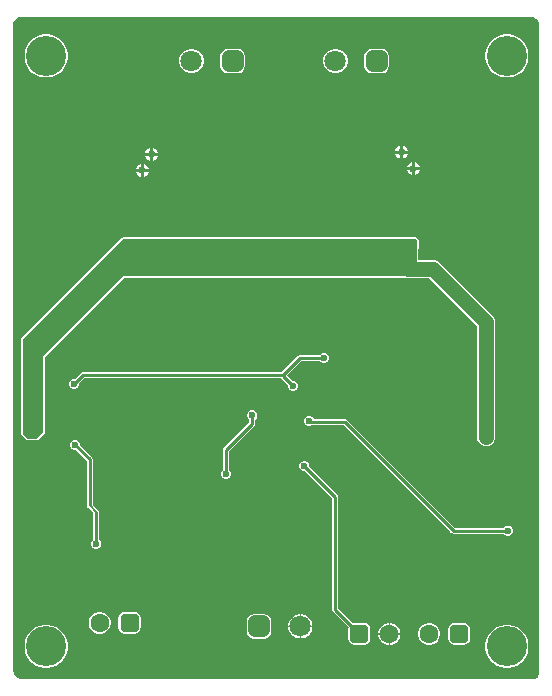
<source format=gbl>
G04*
G04 #@! TF.GenerationSoftware,Altium Limited,Altium Designer,23.10.1 (27)*
G04*
G04 Layer_Physical_Order=2*
G04 Layer_Color=16711680*
%FSLAX25Y25*%
%MOIN*%
G70*
G04*
G04 #@! TF.SameCoordinates,BE9A1C7D-6EBF-47CB-866B-E429BD166B13*
G04*
G04*
G04 #@! TF.FilePolarity,Positive*
G04*
G01*
G75*
%ADD44C,0.01000*%
%ADD46C,0.00700*%
G04:AMPARAMS|DCode=48|XSize=62.99mil|YSize=62.99mil|CornerRadius=15.75mil|HoleSize=0mil|Usage=FLASHONLY|Rotation=180.000|XOffset=0mil|YOffset=0mil|HoleType=Round|Shape=RoundedRectangle|*
%AMROUNDEDRECTD48*
21,1,0.06299,0.03150,0,0,180.0*
21,1,0.03150,0.06299,0,0,180.0*
1,1,0.03150,-0.01575,0.01575*
1,1,0.03150,0.01575,0.01575*
1,1,0.03150,0.01575,-0.01575*
1,1,0.03150,-0.01575,-0.01575*
%
%ADD48ROUNDEDRECTD48*%
%ADD49C,0.06299*%
G04:AMPARAMS|DCode=50|XSize=70.87mil|YSize=70.87mil|CornerRadius=17.72mil|HoleSize=0mil|Usage=FLASHONLY|Rotation=0.000|XOffset=0mil|YOffset=0mil|HoleType=Round|Shape=RoundedRectangle|*
%AMROUNDEDRECTD50*
21,1,0.07087,0.03543,0,0,0.0*
21,1,0.03543,0.07087,0,0,0.0*
1,1,0.03543,0.01772,-0.01772*
1,1,0.03543,-0.01772,-0.01772*
1,1,0.03543,-0.01772,0.01772*
1,1,0.03543,0.01772,0.01772*
%
%ADD50ROUNDEDRECTD50*%
%ADD51C,0.07087*%
%ADD52C,0.13386*%
%ADD53C,0.02400*%
%ADD54C,0.02500*%
%ADD55C,0.02362*%
%ADD56C,0.02402*%
%ADD57C,0.05000*%
G36*
X173766Y221697D02*
X174287Y221594D01*
X174778Y221390D01*
X175219Y221095D01*
X175595Y220719D01*
X175890Y220278D01*
X176094Y219787D01*
X176197Y219266D01*
X176197Y219000D01*
X176197Y219000D01*
X176197Y219000D01*
X176197Y3400D01*
X176197Y3144D01*
X176097Y2642D01*
X175902Y2170D01*
X175617Y1744D01*
X175256Y1383D01*
X174830Y1098D01*
X174357Y903D01*
X173856Y803D01*
X173600Y803D01*
X4100D01*
X3775Y803D01*
X3138Y929D01*
X2538Y1178D01*
X1998Y1539D01*
X1539Y1998D01*
X1178Y2538D01*
X929Y3138D01*
X803Y3775D01*
X803Y4100D01*
Y219000D01*
X803Y219266D01*
X906Y219787D01*
X1110Y220278D01*
X1405Y220719D01*
X1781Y221095D01*
X2222Y221390D01*
X2713Y221594D01*
X3234Y221697D01*
X3500Y221697D01*
X173500Y221697D01*
X173766Y221697D01*
D02*
G37*
%LPC*%
G36*
X108753Y211043D02*
X107688D01*
X106660Y210768D01*
X105738Y210235D01*
X104985Y209483D01*
X104453Y208561D01*
X104177Y207532D01*
Y206468D01*
X104453Y205439D01*
X104985Y204517D01*
X105738Y203765D01*
X106660Y203232D01*
X107688Y202957D01*
X108753D01*
X109781Y203232D01*
X110703Y203765D01*
X111456Y204517D01*
X111988Y205439D01*
X112264Y206468D01*
Y207532D01*
X111988Y208561D01*
X111456Y209483D01*
X110703Y210235D01*
X109781Y210768D01*
X108753Y211043D01*
D02*
G37*
G36*
X60753D02*
X59688D01*
X58660Y210768D01*
X57738Y210235D01*
X56985Y209483D01*
X56453Y208561D01*
X56177Y207532D01*
Y206468D01*
X56453Y205439D01*
X56985Y204517D01*
X57738Y203765D01*
X58660Y203232D01*
X59688Y202957D01*
X60753D01*
X61781Y203232D01*
X62703Y203765D01*
X63456Y204517D01*
X63988Y205439D01*
X64264Y206468D01*
Y207532D01*
X63988Y208561D01*
X63456Y209483D01*
X62703Y210235D01*
X61781Y210768D01*
X60753Y211043D01*
D02*
G37*
G36*
X123772Y211088D02*
X120228D01*
X119342Y210911D01*
X118591Y210409D01*
X118088Y209658D01*
X117912Y208772D01*
Y205228D01*
X118088Y204342D01*
X118591Y203591D01*
X119342Y203088D01*
X120228Y202912D01*
X123772D01*
X124658Y203088D01*
X125409Y203591D01*
X125911Y204342D01*
X126088Y205228D01*
Y208772D01*
X125911Y209658D01*
X125409Y210409D01*
X124658Y210911D01*
X123772Y211088D01*
D02*
G37*
G36*
X75772D02*
X72228D01*
X71342Y210911D01*
X70591Y210409D01*
X70088Y209658D01*
X69912Y208772D01*
Y205228D01*
X70088Y204342D01*
X70591Y203591D01*
X71342Y203088D01*
X72228Y202912D01*
X75772D01*
X76658Y203088D01*
X77409Y203591D01*
X77912Y204342D01*
X78088Y205228D01*
Y208772D01*
X77912Y209658D01*
X77409Y210409D01*
X76658Y210911D01*
X75772Y211088D01*
D02*
G37*
G36*
X166063Y215854D02*
X164646D01*
X163256Y215578D01*
X161947Y215036D01*
X160769Y214248D01*
X159767Y213247D01*
X158980Y212069D01*
X158438Y210759D01*
X158161Y209370D01*
Y207953D01*
X158438Y206563D01*
X158980Y205254D01*
X159767Y204076D01*
X160769Y203074D01*
X161947Y202287D01*
X163256Y201745D01*
X164646Y201468D01*
X166063D01*
X167452Y201745D01*
X168761Y202287D01*
X169939Y203074D01*
X170941Y204076D01*
X171729Y205254D01*
X172271Y206563D01*
X172547Y207953D01*
Y209370D01*
X172271Y210759D01*
X171729Y212069D01*
X170941Y213247D01*
X169939Y214248D01*
X168761Y215036D01*
X167452Y215578D01*
X166063Y215854D01*
D02*
G37*
G36*
X12519D02*
X11103D01*
X9713Y215578D01*
X8404Y215036D01*
X7226Y214248D01*
X6224Y213247D01*
X5437Y212069D01*
X4894Y210759D01*
X4618Y209370D01*
Y207953D01*
X4894Y206563D01*
X5437Y205254D01*
X6224Y204076D01*
X7226Y203074D01*
X8404Y202287D01*
X9713Y201745D01*
X11103Y201468D01*
X12519D01*
X13909Y201745D01*
X15218Y202287D01*
X16396Y203074D01*
X17398Y204076D01*
X18185Y205254D01*
X18728Y206563D01*
X19004Y207953D01*
Y209370D01*
X18728Y210759D01*
X18185Y212069D01*
X17398Y213247D01*
X16396Y214248D01*
X15218Y215036D01*
X13909Y215578D01*
X12519Y215854D01*
D02*
G37*
G36*
X130800Y178754D02*
Y177100D01*
X132454D01*
X132149Y177836D01*
X131535Y178449D01*
X130800Y178754D01*
D02*
G37*
G36*
X129800D02*
X129065Y178449D01*
X128451Y177836D01*
X128146Y177100D01*
X129800D01*
Y178754D01*
D02*
G37*
G36*
X47500Y178054D02*
Y176400D01*
X49154D01*
X48849Y177136D01*
X48235Y177749D01*
X47500Y178054D01*
D02*
G37*
G36*
X46500D02*
X45764Y177749D01*
X45151Y177136D01*
X44846Y176400D01*
X46500D01*
Y178054D01*
D02*
G37*
G36*
X132454Y176100D02*
X130800D01*
Y174446D01*
X131535Y174751D01*
X132149Y175364D01*
X132454Y176100D01*
D02*
G37*
G36*
X129800D02*
X128146D01*
X128451Y175364D01*
X129065Y174751D01*
X129800Y174446D01*
Y176100D01*
D02*
G37*
G36*
X49154Y175400D02*
X47500D01*
Y173746D01*
X48235Y174051D01*
X48849Y174664D01*
X49154Y175400D01*
D02*
G37*
G36*
X46500D02*
X44846D01*
X45151Y174664D01*
X45764Y174051D01*
X46500Y173746D01*
Y175400D01*
D02*
G37*
G36*
X134700Y173254D02*
Y171600D01*
X136354D01*
X136049Y172336D01*
X135435Y172949D01*
X134700Y173254D01*
D02*
G37*
G36*
X133700D02*
X132965Y172949D01*
X132351Y172336D01*
X132046Y171600D01*
X133700D01*
Y173254D01*
D02*
G37*
G36*
X44265Y172605D02*
Y170951D01*
X45918D01*
X45614Y171686D01*
X45000Y172300D01*
X44265Y172605D01*
D02*
G37*
G36*
X43264D02*
X42529Y172300D01*
X41916Y171686D01*
X41611Y170951D01*
X43264D01*
Y172605D01*
D02*
G37*
G36*
X136354Y170600D02*
X134700D01*
Y168946D01*
X135435Y169251D01*
X136049Y169864D01*
X136354Y170600D01*
D02*
G37*
G36*
X133700D02*
X132046D01*
X132351Y169864D01*
X132965Y169251D01*
X133700Y168946D01*
Y170600D01*
D02*
G37*
G36*
X45918Y169951D02*
X44265D01*
Y168297D01*
X45000Y168602D01*
X45614Y169216D01*
X45918Y169951D01*
D02*
G37*
G36*
X43264D02*
X41611D01*
X41916Y169216D01*
X42529Y168602D01*
X43264Y168297D01*
Y169951D01*
D02*
G37*
G36*
X135047Y148241D02*
X135046Y148241D01*
X135045Y148241D01*
X37400D01*
X37017Y148083D01*
X3717Y114783D01*
X3559Y114400D01*
X3559Y114400D01*
Y82600D01*
X3559Y82600D01*
X3717Y82217D01*
X5217Y80717D01*
X5600Y80559D01*
X5600Y80559D01*
X8700D01*
X8700Y80559D01*
X9083Y80717D01*
X11283Y82917D01*
X11441Y83300D01*
X11441Y83300D01*
Y108276D01*
X37824Y134659D01*
X135300D01*
X135337Y134674D01*
X139447D01*
X155474Y118647D01*
Y81600D01*
X155577Y80817D01*
X155879Y80087D01*
X156360Y79460D01*
X156987Y78979D01*
X157717Y78677D01*
X158500Y78574D01*
X159283Y78677D01*
X160013Y78979D01*
X160640Y79460D01*
X161120Y80087D01*
X161423Y80817D01*
X161526Y81600D01*
Y119900D01*
X161423Y120683D01*
X161120Y121413D01*
X160640Y122040D01*
X142840Y139840D01*
X142213Y140321D01*
X141483Y140623D01*
X140700Y140726D01*
X136240D01*
X135888Y141081D01*
X135938Y147341D01*
X135938Y147342D01*
X135938Y147343D01*
X135860Y147534D01*
X135783Y147725D01*
X135782Y147725D01*
X135781Y147726D01*
X135429Y148081D01*
X135428Y148082D01*
X135428Y148083D01*
X135237Y148162D01*
X135047Y148241D01*
D02*
G37*
G36*
X104634Y109681D02*
X103966D01*
X103348Y109425D01*
X102942Y109020D01*
X96326D01*
X95936Y108942D01*
X95605Y108721D01*
X90192Y103308D01*
X24089D01*
X23698Y103231D01*
X23368Y103009D01*
X21339Y100981D01*
X20766D01*
X20148Y100725D01*
X19675Y100252D01*
X19419Y99634D01*
Y98966D01*
X19675Y98348D01*
X20148Y97875D01*
X20766Y97619D01*
X21434D01*
X22052Y97875D01*
X22525Y98348D01*
X22781Y98966D01*
Y99539D01*
X24511Y101269D01*
X89989D01*
X92419Y98839D01*
Y98266D01*
X92675Y97648D01*
X93148Y97175D01*
X93766Y96919D01*
X94434D01*
X95052Y97175D01*
X95525Y97648D01*
X95781Y98266D01*
Y98934D01*
X95525Y99552D01*
X95052Y100025D01*
X94434Y100281D01*
X93861D01*
X91955Y102187D01*
X96748Y106980D01*
X102942D01*
X103348Y106575D01*
X103966Y106319D01*
X104634D01*
X105252Y106575D01*
X105725Y107048D01*
X105981Y107666D01*
Y108334D01*
X105725Y108952D01*
X105252Y109425D01*
X104634Y109681D01*
D02*
G37*
G36*
X80834Y90481D02*
X80166D01*
X79548Y90225D01*
X79075Y89752D01*
X78819Y89134D01*
Y88466D01*
X79075Y87848D01*
X79480Y87442D01*
Y86522D01*
X71079Y78121D01*
X70858Y77790D01*
X70780Y77400D01*
Y70658D01*
X70375Y70252D01*
X70119Y69634D01*
Y68966D01*
X70375Y68348D01*
X70848Y67875D01*
X71466Y67619D01*
X72134D01*
X72752Y67875D01*
X73225Y68348D01*
X73481Y68966D01*
Y69634D01*
X73225Y70252D01*
X72820Y70658D01*
Y76978D01*
X81221Y85379D01*
X81442Y85710D01*
X81520Y86100D01*
Y87442D01*
X81925Y87848D01*
X82181Y88466D01*
Y89134D01*
X81925Y89752D01*
X81452Y90225D01*
X80834Y90481D01*
D02*
G37*
G36*
X99834Y88681D02*
X99166D01*
X98548Y88425D01*
X98075Y87952D01*
X97819Y87334D01*
Y86666D01*
X98075Y86048D01*
X98548Y85575D01*
X99166Y85319D01*
X99834D01*
X100452Y85575D01*
X100476Y85599D01*
X100569Y85580D01*
X110978D01*
X146879Y49679D01*
X147210Y49458D01*
X147600Y49380D01*
X164442D01*
X164848Y48975D01*
X165466Y48719D01*
X166134D01*
X166752Y48975D01*
X167225Y49448D01*
X167481Y50066D01*
Y50734D01*
X167225Y51352D01*
X166752Y51825D01*
X166134Y52081D01*
X165466D01*
X164848Y51825D01*
X164442Y51420D01*
X148022D01*
X112121Y87321D01*
X111790Y87542D01*
X111400Y87620D01*
X101063D01*
X100925Y87952D01*
X100452Y88425D01*
X99834Y88681D01*
D02*
G37*
G36*
X21734Y80681D02*
X21066D01*
X20448Y80425D01*
X19975Y79952D01*
X19719Y79334D01*
Y78666D01*
X19975Y78048D01*
X20448Y77575D01*
X21066Y77319D01*
X21734D01*
X21738Y77320D01*
X25280Y73778D01*
Y58800D01*
X25358Y58410D01*
X25579Y58079D01*
X25910Y57858D01*
X26043Y57832D01*
X27480Y56394D01*
Y47258D01*
X27075Y46852D01*
X26819Y46234D01*
Y45566D01*
X27075Y44948D01*
X27548Y44475D01*
X28166Y44219D01*
X28834D01*
X29452Y44475D01*
X29925Y44948D01*
X30181Y45566D01*
Y46234D01*
X29925Y46852D01*
X29520Y47258D01*
Y56600D01*
X29442Y56990D01*
X29221Y57321D01*
X28890Y57542D01*
X28757Y57568D01*
X27320Y59006D01*
Y74200D01*
X27242Y74590D01*
X27021Y74921D01*
X23081Y78861D01*
Y79334D01*
X22825Y79952D01*
X22352Y80425D01*
X21734Y80681D01*
D02*
G37*
G36*
X97032Y22543D02*
X96750D01*
Y18750D01*
X100543D01*
Y19032D01*
X100268Y20061D01*
X99735Y20983D01*
X98983Y21735D01*
X98061Y22268D01*
X97032Y22543D01*
D02*
G37*
G36*
X96250D02*
X95968D01*
X94939Y22268D01*
X94017Y21735D01*
X93265Y20983D01*
X92732Y20061D01*
X92457Y19032D01*
Y18750D01*
X96250D01*
Y22543D01*
D02*
G37*
G36*
X126681Y19649D02*
X126450D01*
Y16250D01*
X129850D01*
Y16480D01*
X129601Y17409D01*
X129120Y18241D01*
X128441Y18920D01*
X127609Y19401D01*
X126681Y19649D01*
D02*
G37*
G36*
X125950D02*
X125719D01*
X124791Y19401D01*
X123959Y18920D01*
X123280Y18241D01*
X122799Y17409D01*
X122550Y16480D01*
Y16250D01*
X125950D01*
Y19649D01*
D02*
G37*
G36*
X30081Y23350D02*
X29120D01*
X28191Y23101D01*
X27359Y22620D01*
X26680Y21941D01*
X26199Y21109D01*
X25950Y20180D01*
Y19219D01*
X26199Y18291D01*
X26680Y17459D01*
X27359Y16780D01*
X28191Y16299D01*
X29120Y16050D01*
X30081D01*
X31009Y16299D01*
X31841Y16780D01*
X32520Y17459D01*
X33001Y18291D01*
X33250Y19219D01*
Y20180D01*
X33001Y21109D01*
X32520Y21941D01*
X31841Y22620D01*
X31009Y23101D01*
X30081Y23350D01*
D02*
G37*
G36*
X41175Y23390D02*
X38025D01*
X37216Y23229D01*
X36529Y22771D01*
X36071Y22084D01*
X35910Y21275D01*
Y18125D01*
X36071Y17316D01*
X36529Y16629D01*
X37216Y16171D01*
X38025Y16010D01*
X41175D01*
X41984Y16171D01*
X42671Y16629D01*
X43129Y17316D01*
X43290Y18125D01*
Y21275D01*
X43129Y22084D01*
X42671Y22771D01*
X41984Y23229D01*
X41175Y23390D01*
D02*
G37*
G36*
X100543Y18250D02*
X96750D01*
Y14457D01*
X97032D01*
X98061Y14732D01*
X98983Y15265D01*
X99735Y16017D01*
X100268Y16939D01*
X100543Y17968D01*
Y18250D01*
D02*
G37*
G36*
X96250D02*
X92457D01*
Y17968D01*
X92732Y16939D01*
X93265Y16017D01*
X94017Y15265D01*
X94939Y14732D01*
X95968Y14457D01*
X96250D01*
Y18250D01*
D02*
G37*
G36*
X84492Y22588D02*
X80949D01*
X80062Y22411D01*
X79311Y21909D01*
X78809Y21158D01*
X78633Y20272D01*
Y16728D01*
X78809Y15842D01*
X79311Y15091D01*
X80062Y14589D01*
X80949Y14412D01*
X84492D01*
X85378Y14589D01*
X86130Y15091D01*
X86632Y15842D01*
X86808Y16728D01*
Y20272D01*
X86632Y21158D01*
X86130Y21909D01*
X85378Y22411D01*
X84492Y22588D01*
D02*
G37*
G36*
X139980Y19650D02*
X139020D01*
X138091Y19401D01*
X137259Y18920D01*
X136580Y18241D01*
X136099Y17409D01*
X135850Y16480D01*
Y15519D01*
X136099Y14591D01*
X136580Y13759D01*
X137259Y13080D01*
X138091Y12599D01*
X139020Y12350D01*
X139980D01*
X140909Y12599D01*
X141741Y13080D01*
X142420Y13759D01*
X142901Y14591D01*
X143150Y15519D01*
Y16480D01*
X142901Y17409D01*
X142420Y18241D01*
X141741Y18920D01*
X140909Y19401D01*
X139980Y19650D01*
D02*
G37*
G36*
X129850Y15750D02*
X126450D01*
Y12350D01*
X126681D01*
X127609Y12599D01*
X128441Y13080D01*
X129120Y13759D01*
X129601Y14591D01*
X129850Y15519D01*
Y15750D01*
D02*
G37*
G36*
X125950D02*
X122550D01*
Y15519D01*
X122799Y14591D01*
X123280Y13759D01*
X123959Y13080D01*
X124791Y12599D01*
X125719Y12350D01*
X125950D01*
Y15750D01*
D02*
G37*
G36*
X151075Y19690D02*
X147925D01*
X147116Y19529D01*
X146429Y19071D01*
X145971Y18384D01*
X145810Y17575D01*
Y14425D01*
X145971Y13616D01*
X146429Y12929D01*
X147116Y12471D01*
X147925Y12310D01*
X151075D01*
X151884Y12471D01*
X152571Y12929D01*
X153029Y13616D01*
X153190Y14425D01*
Y17575D01*
X153029Y18384D01*
X152571Y19071D01*
X151884Y19529D01*
X151075Y19690D01*
D02*
G37*
G36*
X98234Y73681D02*
X97566D01*
X96948Y73425D01*
X96475Y72952D01*
X96219Y72334D01*
Y71666D01*
X96475Y71048D01*
X96948Y70575D01*
X97566Y70319D01*
X98139D01*
X107180Y61278D01*
Y24000D01*
X107258Y23610D01*
X107479Y23279D01*
X112621Y18136D01*
X112510Y17575D01*
Y14425D01*
X112671Y13616D01*
X113129Y12929D01*
X113816Y12471D01*
X114625Y12310D01*
X117775D01*
X118584Y12471D01*
X119271Y12929D01*
X119729Y13616D01*
X119890Y14425D01*
Y17575D01*
X119729Y18384D01*
X119271Y19071D01*
X118584Y19529D01*
X117775Y19690D01*
X114625D01*
X114063Y19578D01*
X109220Y24422D01*
Y61700D01*
X109142Y62090D01*
X108921Y62421D01*
X99581Y71761D01*
Y72334D01*
X99325Y72952D01*
X98852Y73425D01*
X98234Y73681D01*
D02*
G37*
G36*
X166063Y19004D02*
X164646D01*
X163256Y18728D01*
X161947Y18185D01*
X160769Y17398D01*
X159767Y16396D01*
X158980Y15218D01*
X158438Y13909D01*
X158161Y12519D01*
Y11103D01*
X158438Y9713D01*
X158980Y8404D01*
X159767Y7226D01*
X160769Y6224D01*
X161947Y5437D01*
X163256Y4894D01*
X164646Y4618D01*
X166063D01*
X167452Y4894D01*
X168761Y5437D01*
X169939Y6224D01*
X170941Y7226D01*
X171729Y8404D01*
X172271Y9713D01*
X172547Y11103D01*
Y12519D01*
X172271Y13909D01*
X171729Y15218D01*
X170941Y16396D01*
X169939Y17398D01*
X168761Y18185D01*
X167452Y18728D01*
X166063Y19004D01*
D02*
G37*
G36*
X12519D02*
X11103D01*
X9713Y18728D01*
X8404Y18185D01*
X7226Y17398D01*
X6224Y16396D01*
X5437Y15218D01*
X4894Y13909D01*
X4618Y12519D01*
Y11103D01*
X4894Y9713D01*
X5437Y8404D01*
X6224Y7226D01*
X7226Y6224D01*
X8404Y5437D01*
X9713Y4894D01*
X11103Y4618D01*
X12519D01*
X13909Y4894D01*
X15218Y5437D01*
X16396Y6224D01*
X17398Y7226D01*
X18185Y8404D01*
X18728Y9713D01*
X19004Y11103D01*
Y12519D01*
X18728Y13909D01*
X18185Y15218D01*
X17398Y16396D01*
X16396Y17398D01*
X15218Y18185D01*
X13909Y18728D01*
X12519Y19004D01*
D02*
G37*
%LPD*%
G36*
X135397Y147345D02*
X135300Y135200D01*
X37600D01*
X10900Y108500D01*
Y83300D01*
X8700Y81100D01*
X5600D01*
X4100Y82600D01*
Y114400D01*
X37400Y147700D01*
X135045D01*
X135397Y147345D01*
D02*
G37*
D44*
X111400Y86600D02*
X147600Y50400D01*
X165800D01*
X100569Y86600D02*
X111400D01*
X99761Y86739D02*
X100429D01*
X100569Y86600D01*
X99500Y87000D02*
X99761Y86739D01*
X108200Y24000D02*
X116200Y16000D01*
X139500Y16000D02*
Y17900D01*
X108200Y24000D02*
Y61700D01*
X90614Y102086D02*
Y102289D01*
Y102086D02*
X94100Y98600D01*
X90614Y102289D02*
X96326Y108000D01*
X104300D01*
X24089Y102289D02*
X90614D01*
X21100Y99300D02*
X24089Y102289D01*
X71800Y69300D02*
Y77400D01*
X80500Y86100D02*
Y88800D01*
X71800Y77400D02*
X80500Y86100D01*
X28500Y45900D02*
Y56600D01*
X21500Y79000D02*
X26300Y74200D01*
Y58800D02*
Y74200D01*
X97900Y72000D02*
X108200Y61700D01*
D46*
X26300Y58800D02*
X28500Y56600D01*
X21400Y79000D02*
X21500D01*
D48*
X149500Y16000D02*
D03*
X39600Y19700D02*
D03*
X116200Y16000D02*
D03*
D49*
X139500Y16000D02*
D03*
X29600Y19700D02*
D03*
X126200Y16000D02*
D03*
D50*
X82720Y18500D02*
D03*
X122000Y207000D02*
D03*
X74000D02*
D03*
D51*
X96500Y18500D02*
D03*
X108220Y207000D02*
D03*
X60220D02*
D03*
D52*
X11811Y208661D02*
D03*
X165354Y11811D02*
D03*
X11811D02*
D03*
X165354Y208661D02*
D03*
D53*
X147800Y106100D02*
D03*
X65600Y58000D02*
D03*
X7000Y84300D02*
D03*
X132400Y137700D02*
D03*
X132500Y144900D02*
D03*
X45800Y145000D02*
D03*
X45700Y137800D02*
D03*
X128400Y66200D02*
D03*
X128500Y73800D02*
D03*
X138244Y66144D02*
D03*
X138300Y73800D02*
D03*
Y82101D02*
D03*
X49400Y97800D02*
D03*
X30400D02*
D03*
X39900D02*
D03*
X92900Y61600D02*
D03*
X89400Y64300D02*
D03*
X30400Y65800D02*
D03*
X147800Y66100D02*
D03*
Y90100D02*
D03*
Y82100D02*
D03*
X138300Y90100D02*
D03*
Y98100D02*
D03*
Y106100D02*
D03*
X147800Y98100D02*
D03*
Y74100D02*
D03*
X128800Y90100D02*
D03*
Y98100D02*
D03*
Y106100D02*
D03*
X49400Y81800D02*
D03*
X39900D02*
D03*
Y89800D02*
D03*
Y73800D02*
D03*
X49400Y105800D02*
D03*
Y65800D02*
D03*
Y73800D02*
D03*
Y89800D02*
D03*
X39900Y65800D02*
D03*
X30400Y73800D02*
D03*
Y81800D02*
D03*
Y89800D02*
D03*
Y105800D02*
D03*
X39900D02*
D03*
D54*
X158500Y81600D02*
D03*
D55*
X134200Y171100D02*
D03*
X47000Y175900D02*
D03*
X119289Y72901D02*
D03*
X120800Y40500D02*
D03*
X99500Y87000D02*
D03*
X80500Y88800D02*
D03*
X58200Y29200D02*
D03*
X28500Y45900D02*
D03*
X21400Y79000D02*
D03*
X104300Y108000D02*
D03*
X94100Y98600D02*
D03*
X165800Y50400D02*
D03*
X71800Y69300D02*
D03*
X21100Y99300D02*
D03*
X97900Y72000D02*
D03*
X43764Y170451D02*
D03*
X130300Y176600D02*
D03*
X164200Y58900D02*
D03*
D56*
X128800Y82100D02*
D03*
D57*
X132400Y137700D02*
X140700D01*
X158500Y81600D02*
Y119900D01*
X140700Y137700D02*
X158500Y119900D01*
M02*

</source>
